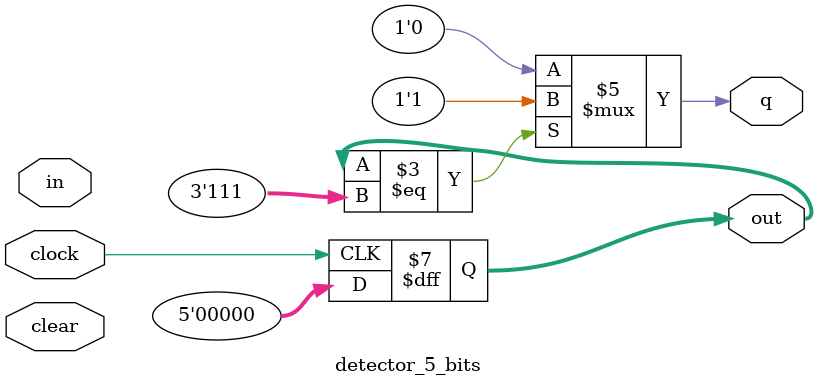
<source format=v>
module detector_5_bits (clock, clear, in, out, q);
  input clock, clear, in;
  output [4:0] out;
  output q;
  reg q;
  reg [4:0] out;

  always @ (posedge clock) begin
    if (clock) begin
      out = 3'd0;
    end else begin
      out[4] = out[3];
      out[3] = out[2];
      out[2] = out[1];
      out[1] = out[0];
      out[0] = in;
    end
  end

  always @ (out) begin
    if (out == 3'b10111) begin
      q = 1;
    end else begin
      q = 0;
    end
  end

endmodule // detector_5_bits

</source>
